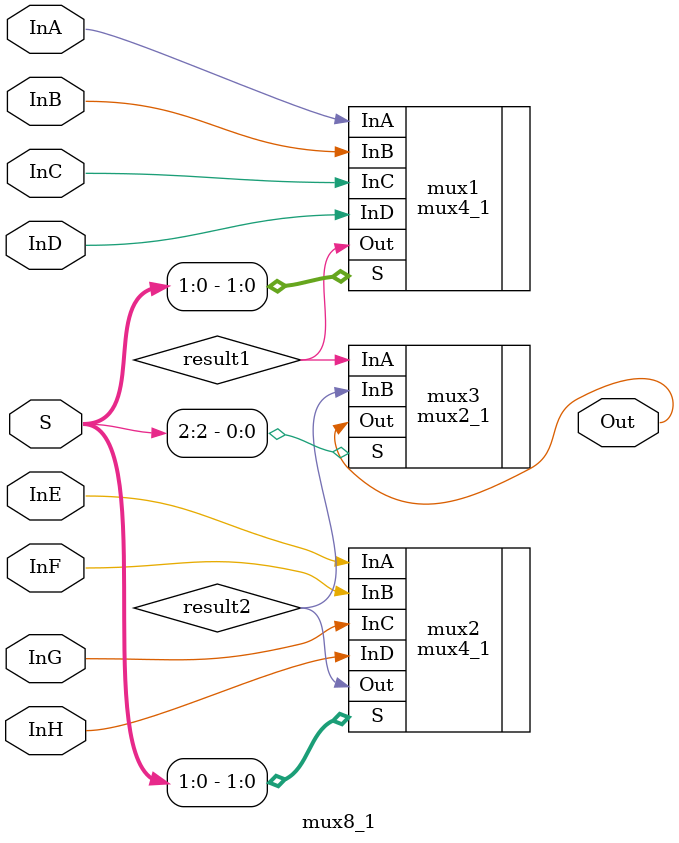
<source format=v>
module mux8_1(InA, InB, InC, InD, InE, InF, InG, InH, S, Out);
    // define module inputs and outputs
    input InA;
    input InB;
    input InC;
    input InD;
    input InE;
    input InF;
    input InG;
    input InH;
    input [2:0] S;
    output         Out;
    // wires that are local to the module
    wire        result1;
    wire        result2;
    // Build a 8:1 MUX using two 4:1 MUXes and one 2:1 MUX designed in HW1
    mux4_1      mux1(.InA(InA),     .InB(InB), .InC(InC), .InD(InD),    .S(S[1:0]), .Out(result1
    ));
    mux4_1      mux2(.InA(InE),     .InB(InF), .InC(InG), .InD(InH),     .S(S[1:0]),    .Out(
    result2));
    mux2_1      mux3(.InA(result1), .InB(result2), .S(S[2]),    .Out(Out));
endmodule
// end of module


</source>
